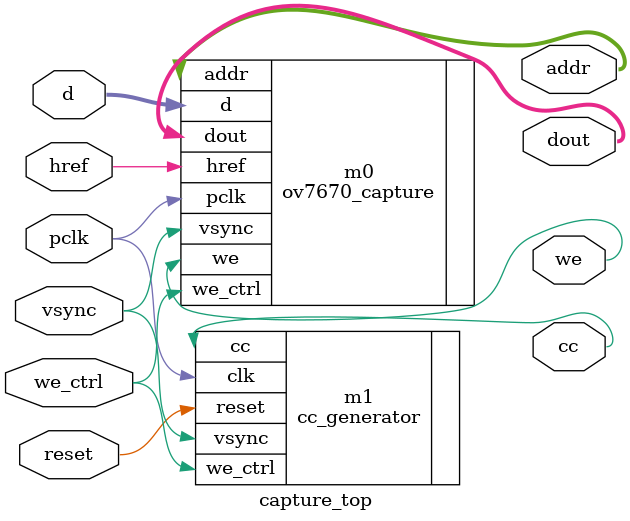
<source format=sv>
`timescale 1ns / 1ps


module capture_top(
    pclk, reset, vsync, href, we_ctrl, d, 
    addr, dout, we, cc
    );
    input pclk, reset;
    input vsync;
    input href;
    input we_ctrl;
    input [7:0] d;
    output [17:0] addr;
    output [11:0] dout;
    output we;
    output cc;
    
    ov7670_capture m0(.pclk(pclk), .vsync(vsync), .href(href), .we_ctrl(we_ctrl), .d(d),
                      .addr(addr), .dout(dout), .we(we));
    
    cc_generator m1(.clk(pclk), .reset(reset), .vsync(vsync), .we_ctrl(we_ctrl), .cc(cc));
        
endmodule

</source>
